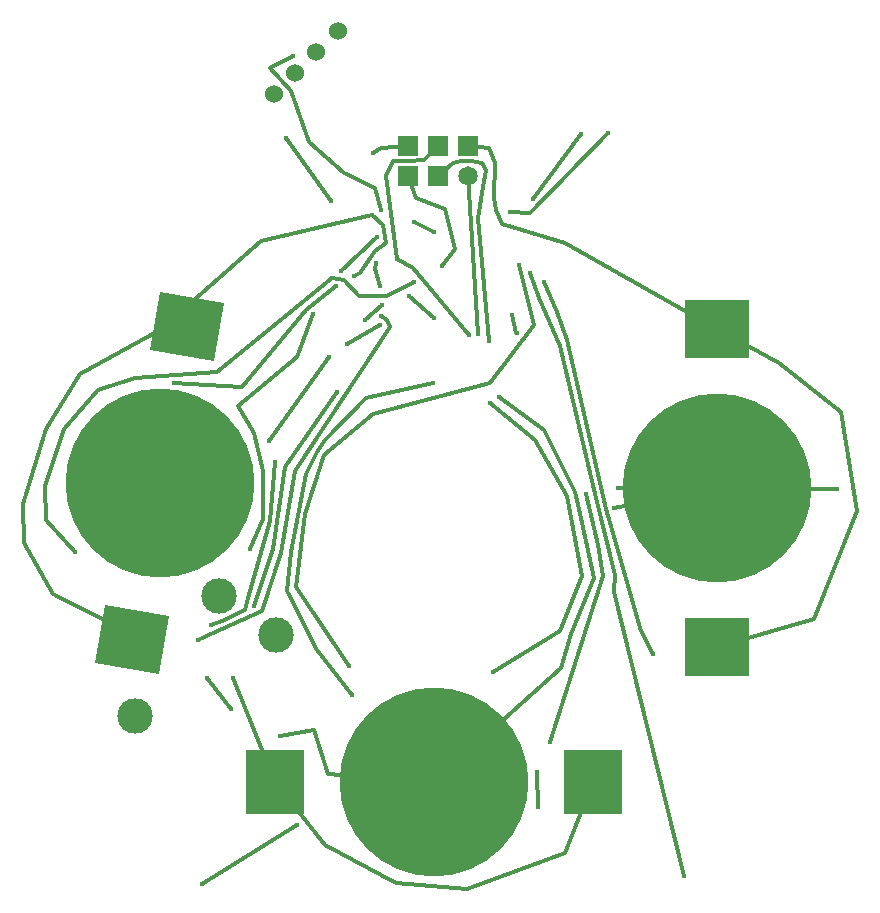
<source format=gbl>
G04 #@! TF.FileFunction,Copper,L2,Bot,Signal*
%FSLAX46Y46*%
G04 Gerber Fmt 4.6, Leading zero omitted, Abs format (unit mm)*
G04 Created by KiCad (PCBNEW 4.0.7-e2-6376~58~ubuntu16.04.1) date Tue Oct 31 02:22:27 2017*
%MOMM*%
%LPD*%
G01*
G04 APERTURE LIST*
%ADD10C,0.100000*%
%ADD11C,16.000000*%
%ADD12R,5.500000X5.000000*%
%ADD13R,5.000000X5.500000*%
%ADD14C,3.000000*%
%ADD15R,1.651000X1.651000*%
%ADD16C,1.651000*%
%ADD17C,1.524000*%
%ADD18C,0.400000*%
%ADD19C,0.355600*%
G04 APERTURE END LIST*
D10*
G36*
X-23491090Y21385676D02*
X-18074647Y20430611D01*
X-18942888Y15506572D01*
X-24359331Y16461637D01*
X-23491090Y21385676D01*
X-23491090Y21385676D01*
G37*
D11*
X-23552557Y5200460D03*
D10*
G36*
X-28162226Y-5105652D02*
X-22745783Y-6060717D01*
X-23614024Y-10984756D01*
X-29030467Y-10029691D01*
X-28162226Y-5105652D01*
X-28162226Y-5105652D01*
G37*
D12*
X23672443Y-8684540D03*
D11*
X23672443Y4765460D03*
D12*
X23672443Y18215460D03*
D13*
X-13775000Y-20150000D03*
D11*
X-325000Y-20150000D03*
D13*
X13125000Y-20150000D03*
D14*
X-25609485Y-14515000D03*
X-13744936Y-7665000D03*
X-18510000Y-4411668D03*
D15*
X2515000Y33745000D03*
X-25000Y33745000D03*
X-2565000Y33745000D03*
D16*
X2515000Y31205000D03*
D15*
X-25000Y31205000D03*
X-2565000Y31205000D03*
D17*
X-8491937Y43475556D03*
X-10287986Y41679504D03*
X-12084038Y39883453D03*
X-13880090Y38087403D03*
D18*
X-2447557Y21030460D03*
X-352557Y19195460D03*
X-7107557Y22745460D03*
X-5542557Y27880460D03*
X4745000Y29325000D03*
X-14332557Y8755460D03*
X-9262557Y15865460D03*
X8372443Y-19284540D03*
X8457443Y-22229540D03*
X33832443Y4675460D03*
X-4922557Y21830460D03*
X-5207557Y23790460D03*
X-5477557Y33160460D03*
X15222443Y4745460D03*
X14882443Y3060460D03*
X-16417557Y4375460D03*
X-28327557Y9000460D03*
X-4732557Y20270460D03*
X-6172557Y18970460D03*
X-7732557Y16920460D03*
X-4882557Y18585460D03*
X-9010000Y29075000D03*
X-12892557Y34380460D03*
X8075000Y29265000D03*
X12085000Y34755000D03*
X3375000Y17835000D03*
X12547443Y4220460D03*
X9472443Y-16744540D03*
X4325000Y17220000D03*
X305000Y23560000D03*
X20862443Y-28044540D03*
X7797443Y22975460D03*
X-20002557Y-28724540D03*
X-11927557Y-23774540D03*
X-7487557Y-10324540D03*
X6892443Y23650460D03*
X6067443Y28125460D03*
X14365000Y34780000D03*
X5187443Y12460460D03*
X-13392557Y-16194540D03*
X2667443Y17715460D03*
X-3470000Y24150000D03*
X-15587557Y-5189540D03*
X-8552557Y12915460D03*
X-17317557Y-11289540D03*
X-1987557Y22225460D03*
X-30742557Y-659540D03*
X-22327557Y13685460D03*
X-8612557Y21825460D03*
X-8187557Y23170460D03*
X-5192557Y26020460D03*
X-10537557Y19475460D03*
X-15917557Y-364540D03*
X-20322557Y-8104540D03*
X-4822557Y19330460D03*
X-19192557Y-6844540D03*
X-19507557Y-11359540D03*
X-17557557Y-13979540D03*
X-13782557Y6925460D03*
X-452557Y13665460D03*
X-7312557Y-12799540D03*
X4652443Y-10784540D03*
X4452443Y11930460D03*
X6262443Y19440460D03*
X6657443Y17870460D03*
X18217443Y-9249540D03*
X8952443Y22185460D03*
X-372557Y26470460D03*
X-2022557Y27300460D03*
X-12292557Y41360460D03*
X-4802557Y28340460D03*
D19*
X23672443Y-8684540D02*
X31812443Y-6284540D01*
X31812443Y-6284540D02*
X35517443Y2835460D01*
X35517443Y2835460D02*
X34092443Y11190460D01*
X34092443Y11190460D02*
X28847443Y15370460D01*
X28847443Y15370460D02*
X23672443Y18215460D01*
X-23547557Y18125460D02*
X-30262557Y14445460D01*
X-30262557Y14445460D02*
X-33167557Y9750460D01*
X-33167557Y9750460D02*
X-35122557Y3435460D01*
X-35122557Y3435460D02*
X-35067557Y140460D01*
X-35067557Y140460D02*
X-32552557Y-4214540D01*
X-32552557Y-4214540D02*
X-23547557Y-8774540D01*
X-2447557Y21030460D02*
X-352557Y19195460D01*
X-6607557Y22928946D02*
X-5327557Y24845460D01*
X-5327557Y24845460D02*
X-4367557Y25485460D01*
X-4367557Y25485460D02*
X-4627557Y27040460D01*
X-4627557Y27040460D02*
X-5542557Y27880460D01*
X-7107557Y22745460D02*
X-6607557Y22928946D01*
X-6607557Y22928946D02*
X-6562557Y22945460D01*
X5447443Y27101106D02*
X4932443Y28340460D01*
X4932443Y28340460D02*
X4745000Y29325000D01*
X23672443Y18215460D02*
X10742443Y25490460D01*
X10742443Y25490460D02*
X5447443Y27101106D01*
X5447443Y27101106D02*
X5482443Y27090460D01*
X-23547557Y18125460D02*
X-14987557Y25670460D01*
X-14987557Y25670460D02*
X-5542557Y27880460D01*
X4745000Y29325000D02*
X4825000Y32255000D01*
X4825000Y32255000D02*
X4290000Y33550000D01*
X4290000Y33550000D02*
X2515000Y33745000D01*
X-14332557Y8755460D02*
X-9262557Y15865460D01*
X8372443Y-19284540D02*
X8457443Y-22229540D01*
X23672443Y4765460D02*
X33832443Y4675460D01*
X-5337557Y23280460D02*
X-4922557Y21830460D01*
X-5207557Y23790460D02*
X-5337557Y23280460D01*
X-2565000Y33745000D02*
X-4827557Y33580460D01*
X-4827557Y33580460D02*
X-5477557Y33160460D01*
X15222443Y4745460D02*
X23672443Y4765460D01*
X14882443Y3060460D02*
X23672443Y4765460D01*
X-16417557Y4375460D02*
X-23547557Y4675460D01*
X-28327557Y9000460D02*
X-23547557Y4675460D01*
X-4732557Y20270460D02*
X-6172557Y18970460D01*
X-7732557Y16920460D02*
X-4882557Y18585460D01*
X-9010000Y29075000D02*
X-12892557Y34380460D01*
X8075000Y29265000D02*
X12085000Y34755000D01*
X2515000Y31205000D02*
X3375000Y17835000D01*
X12547443Y4220460D02*
X13577443Y-24540D01*
X13577443Y-24540D02*
X13997443Y-2679540D01*
X13997443Y-2679540D02*
X9472443Y-16744540D01*
X4325000Y17220000D02*
X3415000Y27665000D01*
X3415000Y27665000D02*
X3860000Y30225000D01*
X3860000Y30225000D02*
X4085000Y31665000D01*
X4085000Y31665000D02*
X3720000Y32315000D01*
X3720000Y32315000D02*
X2805000Y32480000D01*
X2805000Y32480000D02*
X1915000Y32470000D01*
X1915000Y32470000D02*
X1260000Y32250000D01*
X1260000Y32250000D02*
X-25000Y31205000D01*
X-1845000Y29315000D02*
X577443Y28380460D01*
X577443Y28380460D02*
X1417443Y25040460D01*
X1417443Y25040460D02*
X305000Y23560000D01*
X-2565000Y31205000D02*
X-1845000Y29315000D01*
X7797443Y22975460D02*
X8582443Y20810460D01*
X8582443Y20810460D02*
X10297443Y16770460D01*
X10297443Y16770460D02*
X13362443Y3905460D01*
X13362443Y3905460D02*
X15022443Y-2579540D01*
X20862443Y-28044540D02*
X14907443Y-4039540D01*
X14907443Y-4039540D02*
X15022443Y-2579540D01*
X-20002557Y-28724540D02*
X-11927557Y-23774540D01*
X-7487557Y-10324540D02*
X-11997557Y-3579540D01*
X-11997557Y-3579540D02*
X-11212557Y2550460D01*
X-11212557Y2550460D02*
X-9672557Y7555460D01*
X-9672557Y7555460D02*
X-5482557Y11050460D01*
X-5482557Y11050460D02*
X4372443Y13660460D01*
X4372443Y13660460D02*
X8147443Y18575460D01*
X8147443Y18575460D02*
X6892443Y23650460D01*
X6067443Y28125460D02*
X7780000Y28085000D01*
X7780000Y28085000D02*
X14365000Y34780000D01*
X5187443Y12460460D02*
X9007443Y9690460D01*
X9007443Y9690460D02*
X11567443Y4450460D01*
X11567443Y4450460D02*
X11922443Y2965460D01*
X11922443Y2965460D02*
X13192443Y-2864540D01*
X13192443Y-2864540D02*
X11287443Y-7629540D01*
X11287443Y-7629540D02*
X10407443Y-10504540D01*
X10407443Y-10504540D02*
X-325000Y-20150000D01*
X-325000Y-20150000D02*
X-9277557Y-19429540D01*
X-9277557Y-19429540D02*
X-10462557Y-15699540D01*
X-10462557Y-15699540D02*
X-13392557Y-16194540D01*
X2667443Y17715460D02*
X-2132557Y23400460D01*
X-2132557Y23400460D02*
X-3470000Y24150000D01*
X-25000Y33745000D02*
X-1190000Y32525000D01*
X-1190000Y32525000D02*
X-2630000Y32445000D01*
X-2630000Y32445000D02*
X-3775000Y32455000D01*
X-3775000Y32455000D02*
X-4405000Y31155000D01*
X-4405000Y31155000D02*
X-3470000Y24150000D01*
X-15587557Y-5189540D02*
X-13947557Y-379540D01*
X-13947557Y-379540D02*
X-12917557Y6535460D01*
X-12917557Y6535460D02*
X-8552557Y12915460D01*
X-13775000Y-20150000D02*
X-9557557Y-25454540D01*
X-9557557Y-25454540D02*
X-3577557Y-28664540D01*
X-3577557Y-28664540D02*
X2457443Y-29199540D01*
X2457443Y-29199540D02*
X10792443Y-26134540D01*
X10792443Y-26134540D02*
X13125000Y-20150000D01*
X-17317557Y-11289540D02*
X-13775000Y-20150000D01*
X-8992557Y22539000D02*
X-7927557Y22410460D01*
X-7927557Y22410460D02*
X-6707557Y20985460D01*
X-6707557Y20985460D02*
X-4307557Y21030460D01*
X-4307557Y21030460D02*
X-1987557Y22225460D01*
X-9037557Y22505460D02*
X-8992557Y22539000D01*
X-8992557Y22539000D02*
X-18677557Y14590460D01*
X-18677557Y14590460D02*
X-25647557Y14090460D01*
X-25647557Y14090460D02*
X-28792557Y13040460D01*
X-28792557Y13040460D02*
X-31697557Y9745460D01*
X-31697557Y9745460D02*
X-33282557Y4965460D01*
X-33282557Y4965460D02*
X-33142557Y2055460D01*
X-33142557Y2055460D02*
X-30742557Y-659540D01*
X-22327557Y13685460D02*
X-16547557Y13290460D01*
X-16547557Y13290460D02*
X-11147557Y19850460D01*
X-11147557Y19850460D02*
X-8612557Y21825460D01*
X-8187557Y23170460D02*
X-5192557Y26020460D01*
X-10537557Y19475460D02*
X-11912557Y15890460D01*
X-11912557Y15890460D02*
X-16952557Y11705460D01*
X-16952557Y11705460D02*
X-15557557Y9440460D01*
X-15557557Y9440460D02*
X-14802557Y6200460D01*
X-14802557Y6200460D02*
X-14822557Y6200460D01*
X-14822557Y6200460D02*
X-14842557Y2135460D01*
X-14842557Y2135460D02*
X-15917557Y-364540D01*
X-19972557Y-7904540D02*
X-20322557Y-8104540D01*
X-14912557Y-5649540D02*
X-19972557Y-7904540D01*
X-4822557Y19330460D02*
X-4347557Y18980460D01*
X-4347557Y18980460D02*
X-4027557Y18370460D01*
X-4027557Y18370460D02*
X-12112557Y6215460D01*
X-12112557Y6215460D02*
X-13307557Y-744540D01*
X-13307557Y-744540D02*
X-14912557Y-5649540D01*
X-19507557Y-11359540D02*
X-17557557Y-13979540D01*
X-13782557Y6925460D02*
X-14232557Y1980460D01*
X-14232557Y1980460D02*
X-16062557Y-4589540D01*
X-16062557Y-4589540D02*
X-16367557Y-5524540D01*
X-16367557Y-5524540D02*
X-18277557Y-6499540D01*
X-18277557Y-6499540D02*
X-19192557Y-6844540D01*
X-12757557Y-3919540D02*
X-12422557Y-634540D01*
X-12422557Y-634540D02*
X-11152557Y5945460D01*
X-11152557Y5945460D02*
X-10277557Y7835460D01*
X-10277557Y7835460D02*
X-9587557Y8830460D01*
X-9587557Y8830460D02*
X-6067557Y12380460D01*
X-6067557Y12380460D02*
X-452557Y13665460D01*
X-7312557Y-12799540D02*
X-10247557Y-8989540D01*
X-10247557Y-8989540D02*
X-12757557Y-3919540D01*
X4652443Y-10784540D02*
X10332443Y-7354540D01*
X10332443Y-7354540D02*
X12202443Y-2669540D01*
X12202443Y-2669540D02*
X10952443Y4050460D01*
X10952443Y4050460D02*
X8227443Y8865460D01*
X8227443Y8865460D02*
X4452443Y11930460D01*
X6262443Y19440460D02*
X6597443Y17915460D01*
X6597443Y17915460D02*
X6657443Y17870460D01*
X10967443Y17255460D02*
X14237443Y3005460D01*
X14237443Y3005460D02*
X17212443Y-7379540D01*
X17212443Y-7379540D02*
X18217443Y-9249540D01*
X8952443Y22185460D02*
X10072443Y19680460D01*
X10072443Y19680460D02*
X10967443Y17255460D01*
X-372557Y26470460D02*
X-2022557Y27300460D01*
X-12292557Y41360460D02*
X-14252557Y40350460D01*
X-14252557Y40350460D02*
X-12412557Y38400460D01*
X-12412557Y38400460D02*
X-10872557Y34040460D01*
X-10872557Y34040460D02*
X-7912557Y31410460D01*
X-7912557Y31410460D02*
X-5352557Y30200460D01*
X-5352557Y30200460D02*
X-4802557Y28340460D01*
M02*

</source>
